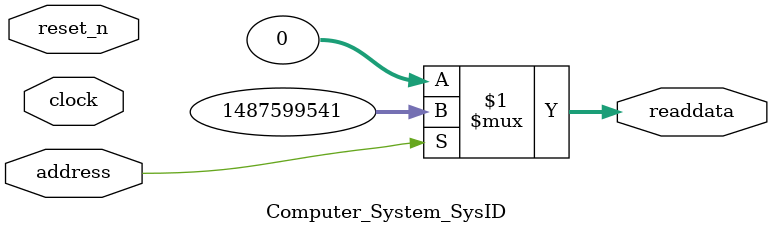
<source format=v>

`timescale 1ns / 1ps
// synthesis translate_on

// turn off superfluous verilog processor warnings 
// altera message_level Level1 
// altera message_off 10034 10035 10036 10037 10230 10240 10030 

module Computer_System_SysID (
               // inputs:
                address,
                clock,
                reset_n,

               // outputs:
                readdata
             )
;

  output  [ 31: 0] readdata;
  input            address;
  input            clock;
  input            reset_n;

  wire    [ 31: 0] readdata;
  //control_slave, which is an e_avalon_slave
  assign readdata = address ? 1487599541 : 0;

endmodule




</source>
